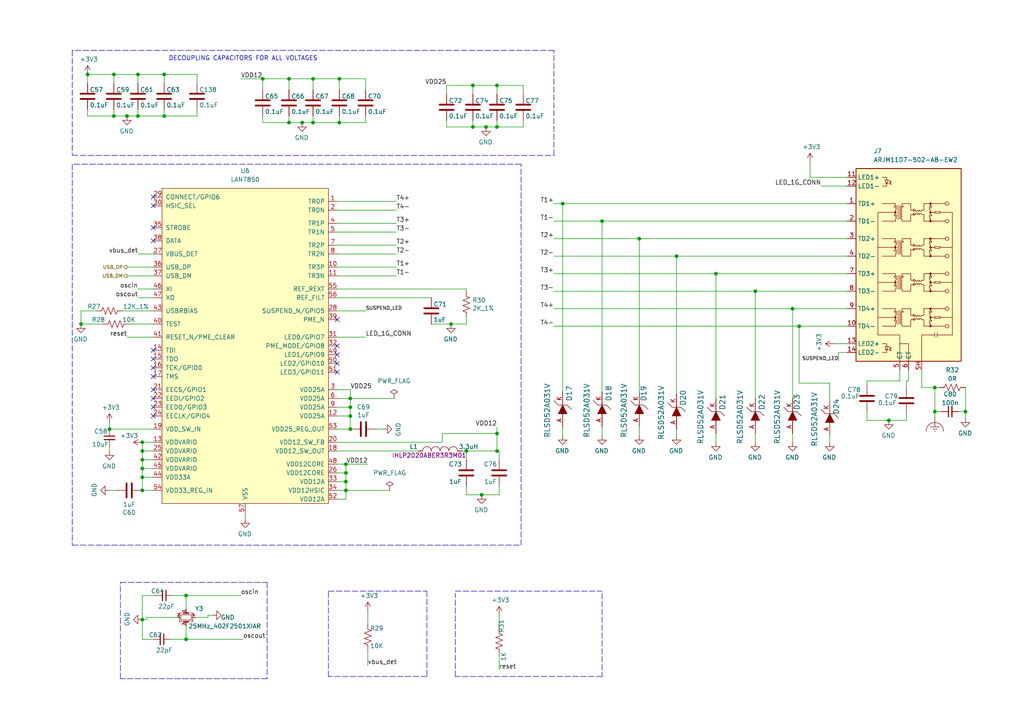
<source format=kicad_sch>
(kicad_sch (version 20211123) (generator eeschema)
  (paper "A4")
  (title_block (title "USB HUB ") (date "2022-08-30") (rev "1.0") (company "N/A") (comment 2 "Reviewed by: ") (comment 3 "Designer by: Robert Mutura"))
  (lib_symbols
    (symbol "Device:C" (pin_numbers hide) (pin_names (offset 0.254))
      (property "Reference" "C" (at 0.635 2.54 0))
      (property "Value" "C" (at 0.635 -2.54 0))
      (symbol "C_1_1"
        (pin passive line (at 0 3.81 270) (length 2.794) (name "~") (number "1"))
        (pin passive line (at 0 -3.81 90) (length 2.794) (name "~") (number "2"))
      )
    )
    (symbol "Device:C_Small" (pin_numbers hide) (pin_names (offset 0.254) hide)
      (property "Reference" "C" (at 0.254 1.778 0))
      (property "Value" "C_Small" (at 0.254 -2.032 0))
      (symbol "C_Small_1_1"
        (pin passive line (at 0 2.54 270) (length 2.032) (name "~") (number "1"))
        (pin passive line (at 0 -2.54 90) (length 2.032) (name "~") (number "2"))
      )
    )
    (symbol "Device:Crystal_GND24_Small" (pin_names (offset 1.016) hide)
      (property "Reference" "Y" (at 1.27 4.445 0))
      (property "Value" "Crystal_GND24_Small" (at 1.27 2.54 0))
      (symbol "Crystal_GND24_Small_1_1"
        (pin passive line (at -2.54 0 0) (length 1.27) (name "1") (number "1"))
        (pin passive line (at 0 -2.54 90) (length 0.635) (name "2") (number "2"))
        (pin passive line (at 2.54 0 180) (length 1.27) (name "3") (number "3"))
        (pin passive line (at 0 2.54 270) (length 0.635) (name "4") (number "4"))
      )
    )
    (symbol "Device:R_US" (pin_numbers hide) (pin_names (offset 0))
      (property "Reference" "R" (at 2.54 0 90))
      (property "Value" "R_US" (at -2.54 0 90))
      (symbol "R_US_1_1"
        (pin passive line (at 0 3.81 270) (length 1.27) (name "~") (number "1"))
        (pin passive line (at 0 -3.81 90) (length 1.27) (name "~") (number "2"))
      )
    )
    (symbol "GCL_Connector&USBs:ARJM11D7-502-AB-EW2"
      (property "Reference" "J?" (at -5.715 31.7501 0))
      (property "Value" "ARJM11D7-502-AB-EW2" (at -5.715 29.2101 0))
      (symbol "ARJM11D7-502-AB-EW2_1_1"
        (pin passive line (at -17.78 17.78 0) (length 2.54) (name "TD1+") (number "1"))
        (pin passive line (at -17.78 -17.78 0) (length 2.54) (name "TD4-") (number "10"))
        (pin passive line (at -17.78 25.4 0) (length 2.54) (name "LED1+") (number "11"))
        (pin passive line (at -17.78 22.86 0) (length 2.54) (name "LED1-") (number "12"))
        (pin passive line (at -17.78 -22.86 0) (length 2.54) (name "LED2+") (number "13"))
        (pin passive line (at -17.78 -25.4 0) (length 2.54) (name "LED2-") (number "14"))
        (pin passive line (at -17.78 12.7 0) (length 2.54) (name "TD1-") (number "2"))
        (pin passive line (at -17.78 7.62 0) (length 2.54) (name "TD2+") (number "3"))
        (pin passive line (at -17.78 2.54 0) (length 2.54) (name "TD2-") (number "4"))
        (pin passive line (at -2.54 -30.48 90) (length 2.54) (name "CT") (number "5"))
        (pin passive line (at 0 -30.48 90) (length 2.54) (name "CT") (number "6"))
        (pin passive line (at -17.78 -2.54 0) (length 2.54) (name "TD3+") (number "7"))
        (pin passive line (at -17.78 -7.62 0) (length 2.54) (name "TD3-") (number "8"))
        (pin passive line (at -17.78 -12.7 0) (length 2.54) (name "TD4+") (number "9"))
        (pin passive line (at 3.81 -30.48 90) (length 2.54) (name "~") (number "SH"))
      )
    )
    (symbol "GCL_Integrated-Circuits:LAN7850" (pin_names (offset 1.016))
      (property "Reference" "U8" (at 0 4.191 0))
      (property "Value" "LAN7850" (at 0 1.8796 0))
      (symbol "LAN7850_0_0"
        (pin passive line (at 26.67 -3.81 180) (length 2.54) (name "TR0P") (number "1"))
        (pin passive line (at 26.67 -22.86 180) (length 2.54) (name "TR3P") (number "10"))
        (pin passive line (at 26.67 -25.4 180) (length 2.54) (name "TR3N") (number "11"))
        (pin power_in line (at 26.67 -66.04 180) (length 2.54) (name "VDD25A") (number "12"))
        (pin passive line (at -26.67 -73.66 0) (length 2.54) (name "VDDVARIO") (number "13"))
        (pin passive line (at -26.67 -46.99 0) (length 2.54) (name "TDI") (number "14"))
        (pin passive line (at -26.67 -49.53 0) (length 2.54) (name "TDO") (number "15"))
        (pin passive line (at -26.67 -52.07 0) (length 2.54) (name "TCK/GPIO0") (number "16"))
        (pin passive line (at -26.67 -54.61 0) (length 2.54) (name "TMS") (number "17"))
        (pin passive line (at 26.67 -76.2 180) (length 2.54) (name "VDD12_SW_OUT") (number "18"))
        (pin passive line (at -26.67 -69.85 0) (length 2.54) (name "VDD_SW_IN") (number "19"))
        (pin passive line (at 26.67 -6.35 180) (length 2.54) (name "TR0N") (number "2"))
        (pin passive line (at 26.67 -73.66 180) (length 2.54) (name "VDD12_SW_FB") (number "20"))
        (pin passive line (at -26.67 -58.42 0) (length 2.54) (name "EECS/GPIO1") (number "21"))
        (pin passive line (at -26.67 -60.96 0) (length 2.54) (name "EEDI/GPIO2") (number "22"))
        (pin passive line (at -26.67 -63.5 0) (length 2.54) (name "EEDO/GPIO3") (number "23"))
        (pin passive line (at -26.67 -66.04 0) (length 2.54) (name "EECLK/GPIO4") (number "24"))
        (pin passive line (at -26.67 -76.2 0) (length 2.54) (name "VDDVARIO") (number "25"))
        (pin passive line (at 26.67 -82.55 180) (length 2.54) (name "VDD12CORE") (number "26"))
        (pin passive line (at -26.67 -19.05 0) (length 2.54) (name "VBUS_DET") (number "27"))
        (pin passive line (at 26.67 -35.56 180) (length 2.54) (name "SUSPEND_N/GPIO5") (number "28"))
        (pin passive line (at -26.67 -2.54 0) (length 2.54) (name "CONNECT/GPIO6") (number "29"))
        (pin power_in line (at 26.67 -58.42 180) (length 2.54) (name "VDD25A") (number "3"))
        (pin passive line (at -26.67 -5.08 0) (length 2.54) (name "HSIC_SEL") (number "30"))
        (pin passive line (at 26.67 -43.18 180) (length 2.54) (name "LED0/GPIO7") (number "31"))
        (pin passive line (at 26.67 -45.72 180) (length 2.54) (name "PME_MODE/GPIO8") (number "32"))
        (pin power_in line (at 26.67 -85.09 180) (length 2.54) (name "VDD12A") (number "33"))
        (pin passive line (at 26.67 -87.63 180) (length 2.54) (name "VDD12HSIC") (number "34"))
        (pin passive line (at -26.67 -11.43 0) (length 2.54) (name "STROBE") (number "35"))
        (pin passive line (at -26.67 -22.86 0) (length 2.54) (name "USB_DP") (number "36"))
        (pin passive line (at -26.67 -25.4 0) (length 2.54) (name "USB_DM") (number "37"))
        (pin passive line (at -26.67 -15.24 0) (length 2.54) (name "DATA") (number "38"))
        (pin passive line (at 26.67 -38.1 180) (length 2.54) (name "PME_N") (number "39"))
        (pin passive line (at 26.67 -10.16 180) (length 2.54) (name "TR1P") (number "4"))
        (pin passive line (at -26.67 -39.37 0) (length 2.54) (name "TEST") (number "40"))
        (pin passive line (at -26.67 -43.18 0) (length 2.54) (name "RESET_N/PME_CLEAR") (number "41"))
        (pin passive line (at -26.67 -78.74 0) (length 2.54) (name "VDDVARIO") (number "42"))
        (pin passive line (at -26.67 -35.56 0) (length 2.54) (name "USBRBIAS") (number "43"))
        (pin power_in line (at -26.67 -83.82 0) (length 2.54) (name "VDD33A") (number "44"))
        (pin passive line (at -26.67 -81.28 0) (length 2.54) (name "VDDVARIO") (number "45"))
        (pin passive line (at -26.67 -29.21 0) (length 2.54) (name "XI") (number "46"))
        (pin passive line (at -26.67 -31.75 0) (length 2.54) (name "XO") (number "47"))
        (pin passive line (at 26.67 -80.01 180) (length 2.54) (name "VDD12CORE") (number "48"))
        (pin passive line (at 26.67 -48.26 180) (length 2.54) (name "LED1/GPIO9") (number "49"))
        (pin passive line (at 26.67 -12.7 180) (length 2.54) (name "TR1N") (number "5"))
        (pin passive line (at 26.67 -50.8 180) (length 2.54) (name "LED2/GPIO10") (number "50"))
        (pin passive line (at 26.67 -53.34 180) (length 2.54) (name "LED3/GPIO11") (number "51"))
        (pin power_in line (at 26.67 -90.17 180) (length 2.54) (name "VDD12A") (number "52"))
        (pin passive line (at 26.67 -69.85 180) (length 2.54) (name "VDD25_REG_OUT") (number "53"))
        (pin passive line (at -26.67 -87.63 0) (length 2.54) (name "VDD33_REG_IN") (number "54"))
        (pin passive line (at 26.67 -29.21 180) (length 2.54) (name "REF_REXT") (number "55"))
        (pin passive line (at 26.67 -31.75 180) (length 2.54) (name "REF_FILT") (number "56"))
        (pin power_in line (at 0 -93.98 90) (length 2.54) (name "VSS") (number "57"))
        (pin power_in line (at 26.67 -60.96 180) (length 2.54) (name "VDD25A") (number "6"))
        (pin passive line (at 26.67 -16.51 180) (length 2.54) (name "TR2P") (number "7"))
        (pin passive line (at 26.67 -19.05 180) (length 2.54) (name "TR2N") (number "8"))
        (pin passive line (at 26.67 -63.5 180) (length 2.54) (name "VDD25A") (number "9"))
      )
    )
    (symbol "USB_C_HUB-rescue:+3.3V-OLIMEX_Power" (power) (pin_names (offset 0))
      (property "Value" "+3.3V-OLIMEX_Power" (at 0 3.556 0))
      (symbol "+3.3V-OLIMEX_Power_1_1"
        (pin power_in line (at 0 0 90) (length 0) hide (name "+3V3") (number "1"))
      )
    )
    (symbol "USB_C_HUB-rescue:GND-OLIMEX_Power" (power) (pin_names (offset 0))
      (property "Value" "GND-OLIMEX_Power" (at 0 -3.81 0))
      (symbol "GND-OLIMEX_Power_1_1"
        (pin power_in line (at 0 0 270) (length 0) hide (name "GND") (number "1"))
      )
    )
    (symbol "USB_C_HUB-rescue:INDUCTOR_SMALL-OLIMEX_RCL" (pin_numbers hide) (pin_names (offset 0) hide)
      (property "Reference" "L" (at 0 2.54 0))
      (property "Value" "INDUCTOR_SMALL-OLIMEX_RCL" (at 0 -1.27 0))
      (symbol "INDUCTOR_SMALL-OLIMEX_RCL_1_1"
        (pin input line (at -6.35 0 0) (length 1.27) (name "1") (number "1"))
        (pin input line (at 6.35 0 180) (length 1.27) (name "2") (number "2"))
      )
    )
    (symbol "dk_TVS-Diodes:ESD5Z3_3T1G" (pin_names (offset 1.016))
      (property "Reference" "D" (at 0 3.81 0))
      (property "Value" "ESD5Z3_3T1G" (at 0 -3.81 0))
      (symbol "ESD5Z3_3T1G_1_1"
        (pin bidirectional line (at -5.08 0 0) (length 3.81) (name "~") (number "A"))
        (pin bidirectional line (at 5.08 0 180) (length 3.81) (name "~") (number "K"))
      )
    )
    (symbol "power:Earth_Clean" (power) (pin_names (offset 0))
      (symbol "Earth_Clean_1_1"
        (pin power_in line (at 0 0 270) (length 0) hide (name "Earth_Clean") (number "1"))
      )
    )
    (symbol "power:PWR_FLAG" (power) (pin_numbers hide) (pin_names (offset 0) hide)
      (property "Value" "PWR_FLAG" (at 0 3.81 0))
      (symbol "PWR_FLAG_0_0"
        (pin power_out line (at 0 0 90) (length 0) (name "pwr") (number "1"))
      )
    )
  )
  (junction (at 41.275 142.24))
  (junction (at 41.275 133.35))
  (junction (at 53.975 172.72))
  (junction (at 163.195 59.055))
  (junction (at 41.275 138.43))
  (junction (at 174.625 64.135))
  (junction (at 90.805 22.86))
  (junction (at 257.81 121.92))
  (junction (at 144.145 125.73))
  (junction (at 41.275 135.89))
  (junction (at 144.145 24.765))
  (junction (at 139.7 143.51))
  (junction (at 87.63 35.56))
  (junction (at 47.625 21.59))
  (junction (at 40.005 33.655))
  (junction (at 229.87 89.535))
  (junction (at 100.33 142.24))
  (junction (at 53.975 185.42))
  (junction (at 271.145 119.38))
  (junction (at 140.97 36.83))
  (junction (at 207.645 79.375))
  (junction (at 41.275 179.705))
  (junction (at 33.02 33.655))
  (junction (at 98.425 35.56))
  (junction (at 231.775 94.615))
  (junction (at 47.625 33.655))
  (junction (at 98.425 22.86))
  (junction (at 100.33 139.7))
  (junction (at 41.275 130.81))
  (junction (at 83.82 22.86))
  (junction (at 185.42 69.215))
  (junction (at 101.6 118.11))
  (junction (at 23.495 93.98))
  (junction (at 41.275 128.27))
  (junction (at 144.145 36.83))
  (junction (at 83.82 35.56))
  (junction (at 36.83 33.655))
  (junction (at 196.215 74.295))
  (junction (at 280.035 119.38))
  (junction (at 90.805 35.56))
  (junction (at 101.6 115.57))
  (junction (at 101.6 120.65))
  (junction (at 100.33 134.62))
  (junction (at 100.33 137.16))
  (junction (at 219.075 84.455))
  (junction (at 144.145 130.81))
  (junction (at 130.81 93.98))
  (junction (at 137.16 24.765))
  (junction (at 271.145 112.395))
  (junction (at 33.02 21.59))
  (junction (at 25.4 21.59))
  (junction (at 135.255 130.81))
  (junction (at 31.75 124.46))
  (junction (at 40.005 21.59))
  (junction (at 76.2 22.86))
  (junction (at 101.6 124.46))
  (junction (at 137.16 36.83))
  (no_connect (at 97.79 92.71))
  (no_connect (at 44.45 118.11))
  (no_connect (at 44.45 109.22))
  (no_connect (at 44.45 69.85))
  (no_connect (at 44.45 101.6))
  (no_connect (at 97.79 107.95))
  (no_connect (at 44.45 66.04))
  (no_connect (at 97.79 100.33))
  (no_connect (at 44.45 57.15))
  (no_connect (at 97.79 105.41))
  (no_connect (at 44.45 106.68))
  (no_connect (at 44.45 113.03))
  (no_connect (at 44.45 59.69))
  (no_connect (at 44.45 120.65))
  (no_connect (at 44.45 115.57))
  (no_connect (at 44.45 104.14))
  (no_connect (at 97.79 102.87))
  (wire (pts (xy 251.46 119.38) (xy 251.46 121.92)))
  (wire (pts (xy 137.16 24.765) (xy 137.16 27.305)))
  (wire (pts (xy 33.02 21.59) (xy 40.005 21.59)))
  (wire (pts (xy 163.195 59.055) (xy 245.745 59.055)))
  (wire (pts (xy 245.745 99.695) (xy 241.935 99.695)))
  (wire (pts (xy 25.4 31.75) (xy 25.4 33.655)))
  (polyline (pts (xy 77.47 168.91) (xy 77.47 196.85)))
  (wire (pts (xy 53.975 172.72) (xy 69.85 172.72)))
  (wire (pts (xy 98.425 22.86) (xy 90.805 22.86)))
  (wire (pts (xy 144.145 24.765) (xy 151.765 24.765)))
  (wire (pts (xy 41.275 128.27) (xy 41.275 130.81)))
  (wire (pts (xy 160.655 89.535) (xy 229.87 89.535)))
  (wire (pts (xy 41.275 135.89) (xy 41.275 138.43)))
  (wire (pts (xy 262.89 110.49) (xy 262.89 112.395)))
  (wire (pts (xy 41.275 179.705) (xy 41.275 185.42)))
  (polyline (pts (xy 77.47 196.85) (xy 34.925 196.85)))
  (wire (pts (xy 267.335 107.315) (xy 267.335 112.395)))
  (wire (pts (xy 41.275 133.35) (xy 41.275 135.89)))
  (wire (pts (xy 280.035 112.395) (xy 280.035 119.38)))
  (wire (pts (xy 83.82 33.655) (xy 83.82 35.56)))
  (wire (pts (xy 251.46 121.92) (xy 257.81 121.92)))
  (wire (pts (xy 45.085 172.72) (xy 41.275 172.72)))
  (wire (pts (xy 234.95 46.99) (xy 234.95 51.435)))
  (wire (pts (xy 271.145 112.395) (xy 272.415 112.395)))
  (wire (pts (xy 263.525 110.49) (xy 263.525 107.315)))
  (wire (pts (xy 51.435 179.07) (xy 42.545 179.07)))
  (wire (pts (xy 144.145 123.825) (xy 144.145 125.73)))
  (polyline (pts (xy 95.25 196.215) (xy 95.25 171.45)))
  (polyline (pts (xy 123.825 171.45) (xy 123.825 196.215)))
  (wire (pts (xy 49.53 185.42) (xy 53.975 185.42)))
  (wire (pts (xy 90.805 22.86) (xy 83.82 22.86)))
  (wire (pts (xy 229.87 125.73) (xy 229.87 128.27)))
  (wire (pts (xy 101.6 120.65) (xy 97.79 120.65)))
  (wire (pts (xy 160.655 59.055) (xy 163.195 59.055)))
  (wire (pts (xy 97.79 86.36) (xy 125.095 86.36)))
  (wire (pts (xy 160.655 94.615) (xy 231.775 94.615)))
  (wire (pts (xy 245.745 102.235) (xy 243.205 102.235)))
  (polyline (pts (xy 20.955 14.605) (xy 20.955 45.085)))
  (wire (pts (xy 40.005 21.59) (xy 47.625 21.59)))
  (wire (pts (xy 111.125 124.46) (xy 109.22 124.46)))
  (wire (pts (xy 114.935 71.12) (xy 97.79 71.12)))
  (wire (pts (xy 160.655 74.295) (xy 196.215 74.295)))
  (wire (pts (xy 231.775 94.615) (xy 245.745 94.615)))
  (wire (pts (xy 53.975 172.72) (xy 53.975 176.53)))
  (wire (pts (xy 151.765 36.83) (xy 151.765 34.925)))
  (polyline (pts (xy 34.925 196.85) (xy 34.925 168.91)))
  (wire (pts (xy 245.745 51.435) (xy 234.95 51.435)))
  (wire (pts (xy 50.165 172.72) (xy 53.975 172.72)))
  (wire (pts (xy 207.645 125.73) (xy 207.645 128.27)))
  (wire (pts (xy 135.255 130.81) (xy 144.145 130.81)))
  (wire (pts (xy 101.6 115.57) (xy 101.6 118.11)))
  (wire (pts (xy 47.625 21.59) (xy 47.625 24.13)))
  (wire (pts (xy 44.45 93.98) (xy 37.465 93.98)))
  (wire (pts (xy 137.16 24.765) (xy 144.145 24.765)))
  (wire (pts (xy 41.275 138.43) (xy 41.275 142.24)))
  (wire (pts (xy 97.79 124.46) (xy 101.6 124.46)))
  (wire (pts (xy 163.195 123.825) (xy 163.195 126.365)))
  (wire (pts (xy 129.54 24.765) (xy 129.54 27.305)))
  (wire (pts (xy 144.145 130.81) (xy 144.78 130.81)))
  (wire (pts (xy 139.7 143.51) (xy 144.78 143.51)))
  (polyline (pts (xy 160.655 14.605) (xy 20.955 14.605)))
  (wire (pts (xy 114.935 67.31) (xy 97.79 67.31)))
  (wire (pts (xy 185.42 113.665) (xy 185.42 69.215)))
  (wire (pts (xy 262.89 120.015) (xy 262.89 121.92)))
  (wire (pts (xy 129.54 34.925) (xy 129.54 36.83)))
  (wire (pts (xy 100.33 142.24) (xy 113.03 142.24)))
  (wire (pts (xy 97.79 139.7) (xy 100.33 139.7)))
  (wire (pts (xy 129.54 36.83) (xy 137.16 36.83)))
  (wire (pts (xy 144.145 36.83) (xy 144.145 34.925)))
  (polyline (pts (xy 151.13 158.115) (xy 151.13 47.625)))
  (wire (pts (xy 174.625 123.825) (xy 174.625 126.365)))
  (wire (pts (xy 41.275 130.81) (xy 41.275 133.35)))
  (wire (pts (xy 100.33 142.24) (xy 100.33 144.78)))
  (wire (pts (xy 44.45 97.79) (xy 36.83 97.79)))
  (wire (pts (xy 140.97 36.83) (xy 144.145 36.83)))
  (wire (pts (xy 41.275 185.42) (xy 44.45 185.42)))
  (wire (pts (xy 130.81 93.98) (xy 135.255 93.98)))
  (wire (pts (xy 33.02 31.75) (xy 33.02 33.655)))
  (wire (pts (xy 33.02 21.59) (xy 33.02 24.13)))
  (wire (pts (xy 40.005 33.655) (xy 47.625 33.655)))
  (wire (pts (xy 76.2 33.655) (xy 76.2 35.56)))
  (wire (pts (xy 47.625 33.655) (xy 57.15 33.655)))
  (polyline (pts (xy 174.625 196.215) (xy 132.08 196.215)))
  (wire (pts (xy 185.42 69.215) (xy 245.745 69.215)))
  (wire (pts (xy 57.15 21.59) (xy 57.15 24.13)))
  (wire (pts (xy 101.6 118.11) (xy 101.6 120.65)))
  (wire (pts (xy 44.45 73.66) (xy 40.005 73.66)))
  (polyline (pts (xy 132.08 196.215) (xy 132.08 172.085)))
  (wire (pts (xy 97.79 90.17) (xy 106.045 90.17)))
  (wire (pts (xy 44.45 83.82) (xy 40.005 83.82)))
  (wire (pts (xy 196.215 114.3) (xy 196.215 74.295)))
  (polyline (pts (xy 174.625 172.085) (xy 174.625 196.215)))
  (wire (pts (xy 135.255 83.82) (xy 135.255 84.455)))
  (wire (pts (xy 144.145 125.73) (xy 144.145 130.81)))
  (wire (pts (xy 229.87 115.57) (xy 229.87 89.535)))
  (polyline (pts (xy 132.08 171.45) (xy 174.625 171.45)))
  (wire (pts (xy 144.78 130.81) (xy 144.78 133.35)))
  (wire (pts (xy 101.6 113.03) (xy 101.6 115.57)))
  (wire (pts (xy 56.515 179.07) (xy 60.325 179.07)))
  (wire (pts (xy 100.33 144.78) (xy 97.79 144.78)))
  (wire (pts (xy 90.805 35.56) (xy 98.425 35.56)))
  (wire (pts (xy 144.145 36.83) (xy 151.765 36.83)))
  (polyline (pts (xy 20.955 45.085) (xy 160.655 45.085)))
  (wire (pts (xy 243.205 102.235) (xy 243.205 104.775)))
  (wire (pts (xy 257.81 121.92) (xy 262.89 121.92)))
  (wire (pts (xy 271.145 121.285) (xy 271.145 119.38)))
  (wire (pts (xy 97.79 137.16) (xy 100.33 137.16)))
  (polyline (pts (xy 123.825 196.215) (xy 95.25 196.215)))
  (wire (pts (xy 280.035 119.38) (xy 280.035 121.285)))
  (wire (pts (xy 151.765 24.765) (xy 151.765 27.305)))
  (wire (pts (xy 83.82 22.86) (xy 76.2 22.86)))
  (wire (pts (xy 207.645 115.57) (xy 207.645 79.375)))
  (wire (pts (xy 87.63 35.56) (xy 90.805 35.56)))
  (wire (pts (xy 137.16 36.83) (xy 140.97 36.83)))
  (wire (pts (xy 240.665 126.365) (xy 240.665 128.27)))
  (wire (pts (xy 114.935 73.66) (xy 97.79 73.66)))
  (wire (pts (xy 219.075 84.455) (xy 245.745 84.455)))
  (wire (pts (xy 97.79 142.24) (xy 100.33 142.24)))
  (wire (pts (xy 128.27 128.27) (xy 97.79 128.27)))
  (wire (pts (xy 98.425 35.56) (xy 98.425 33.655)))
  (wire (pts (xy 174.625 64.135) (xy 174.625 113.665)))
  (polyline (pts (xy 151.13 47.625) (xy 20.955 47.625)))
  (wire (pts (xy 100.33 134.62) (xy 106.68 134.62)))
  (wire (pts (xy 278.13 119.38) (xy 280.035 119.38)))
  (wire (pts (xy 128.27 125.73) (xy 128.27 128.27)))
  (wire (pts (xy 53.975 185.42) (xy 53.975 181.61)))
  (wire (pts (xy 98.425 26.035) (xy 98.425 22.86)))
  (wire (pts (xy 44.45 90.17) (xy 35.56 90.17)))
  (wire (pts (xy 100.33 134.62) (xy 100.33 137.16)))
  (wire (pts (xy 240.665 116.205) (xy 240.665 111.125)))
  (wire (pts (xy 83.82 35.56) (xy 87.63 35.56)))
  (wire (pts (xy 41.275 172.72) (xy 41.275 179.705)))
  (polyline (pts (xy 20.955 47.625) (xy 20.955 158.115)))
  (wire (pts (xy 40.005 86.36) (xy 44.45 86.36)))
  (wire (pts (xy 251.46 110.49) (xy 251.46 111.76)))
  (wire (pts (xy 271.145 119.38) (xy 271.145 112.395)))
  (wire (pts (xy 207.645 79.375) (xy 245.745 79.375)))
  (wire (pts (xy 41.275 179.705) (xy 42.545 179.705)))
  (wire (pts (xy 144.145 24.765) (xy 144.145 27.305)))
  (wire (pts (xy 23.495 93.98) (xy 29.845 93.98)))
  (wire (pts (xy 106.045 35.56) (xy 106.045 33.655)))
  (wire (pts (xy 23.495 90.17) (xy 23.495 93.98)))
  (wire (pts (xy 71.12 150.495) (xy 71.12 148.59)))
  (wire (pts (xy 41.275 135.89) (xy 44.45 135.89)))
  (wire (pts (xy 106.68 188.595) (xy 106.68 193.04)))
  (wire (pts (xy 160.655 84.455) (xy 219.075 84.455)))
  (wire (pts (xy 260.985 107.315) (xy 260.985 110.49)))
  (polyline (pts (xy 34.925 168.91) (xy 77.47 168.91)))
  (wire (pts (xy 229.87 89.535) (xy 245.745 89.535)))
  (polyline (pts (xy 95.25 171.45) (xy 123.825 171.45)))
  (wire (pts (xy 25.4 21.59) (xy 25.4 24.13)))
  (wire (pts (xy 163.195 113.665) (xy 163.195 59.055)))
  (wire (pts (xy 90.805 35.56) (xy 90.805 33.655)))
  (wire (pts (xy 36.83 80.01) (xy 44.45 80.01)))
  (wire (pts (xy 135.255 93.98) (xy 135.255 92.075)))
  (wire (pts (xy 114.935 80.01) (xy 97.79 80.01)))
  (wire (pts (xy 60.325 178.435) (xy 61.595 178.435)))
  (wire (pts (xy 251.46 110.49) (xy 260.985 110.49)))
  (wire (pts (xy 137.16 34.925) (xy 137.16 36.83)))
  (wire (pts (xy 47.625 21.59) (xy 57.15 21.59)))
  (wire (pts (xy 100.33 139.7) (xy 100.33 142.24)))
  (wire (pts (xy 160.655 69.215) (xy 185.42 69.215)))
  (wire (pts (xy 31.75 130.81) (xy 31.75 129.54)))
  (wire (pts (xy 101.6 124.46) (xy 101.6 120.65)))
  (wire (pts (xy 57.15 33.655) (xy 57.15 31.75)))
  (wire (pts (xy 42.545 179.07) (xy 42.545 179.705)))
  (wire (pts (xy 27.94 90.17) (xy 23.495 90.17)))
  (wire (pts (xy 33.02 33.655) (xy 36.83 33.655)))
  (wire (pts (xy 196.215 124.46) (xy 196.215 126.365)))
  (wire (pts (xy 60.325 179.07) (xy 60.325 178.435)))
  (wire (pts (xy 238.125 53.975) (xy 245.745 53.975)))
  (wire (pts (xy 76.2 22.86) (xy 69.85 22.86)))
  (wire (pts (xy 44.45 133.35) (xy 41.275 133.35)))
  (wire (pts (xy 144.78 194.31) (xy 144.78 189.865)))
  (wire (pts (xy 25.4 33.655) (xy 33.02 33.655)))
  (wire (pts (xy 114.935 77.47) (xy 97.79 77.47)))
  (wire (pts (xy 106.045 22.86) (xy 98.425 22.86)))
  (wire (pts (xy 36.83 33.655) (xy 40.005 33.655)))
  (wire (pts (xy 101.6 115.57) (xy 114.3 115.57)))
  (wire (pts (xy 231.775 111.125) (xy 231.775 94.615)))
  (wire (pts (xy 114.935 60.96) (xy 97.79 60.96)))
  (wire (pts (xy 83.82 26.035) (xy 83.82 22.86)))
  (wire (pts (xy 97.79 130.81) (xy 121.285 130.81)))
  (wire (pts (xy 219.075 84.455) (xy 219.075 115.57)))
  (wire (pts (xy 44.45 128.27) (xy 41.275 128.27)))
  (wire (pts (xy 53.975 185.42) (xy 70.485 185.42)))
  (wire (pts (xy 44.45 130.81) (xy 41.275 130.81)))
  (wire (pts (xy 90.805 26.035) (xy 90.805 22.86)))
  (wire (pts (xy 25.4 21.59) (xy 33.02 21.59)))
  (wire (pts (xy 144.145 125.73) (xy 128.27 125.73)))
  (wire (pts (xy 47.625 33.655) (xy 47.625 31.75)))
  (wire (pts (xy 144.78 178.435) (xy 144.78 182.245)))
  (wire (pts (xy 185.42 123.825) (xy 185.42 126.365)))
  (wire (pts (xy 135.255 140.97) (xy 135.255 143.51)))
  (wire (pts (xy 40.005 33.655) (xy 40.005 31.75)))
  (wire (pts (xy 40.005 21.59) (xy 40.005 24.13)))
  (wire (pts (xy 97.79 134.62) (xy 100.33 134.62)))
  (wire (pts (xy 114.935 64.77) (xy 97.79 64.77)))
  (wire (pts (xy 267.335 112.395) (xy 271.145 112.395)))
  (wire (pts (xy 97.79 115.57) (xy 101.6 115.57)))
  (wire (pts (xy 135.255 143.51) (xy 139.7 143.51)))
  (wire (pts (xy 129.54 24.765) (xy 137.16 24.765)))
  (wire (pts (xy 97.79 97.79) (xy 106.045 97.79)))
  (polyline (pts (xy 160.655 45.085) (xy 160.655 14.605)))
  (wire (pts (xy 97.79 113.03) (xy 101.6 113.03)))
  (wire (pts (xy 160.655 79.375) (xy 207.645 79.375)))
  (wire (pts (xy 219.075 125.73) (xy 219.075 128.27)))
  (polyline (pts (xy 20.955 158.115) (xy 151.13 158.115)))
  (wire (pts (xy 31.75 142.24) (xy 33.655 142.24)))
  (wire (pts (xy 271.145 119.38) (xy 273.05 119.38)))
  (wire (pts (xy 125.095 93.98) (xy 130.81 93.98)))
  (wire (pts (xy 114.935 58.42) (xy 97.79 58.42)))
  (wire (pts (xy 144.78 143.51) (xy 144.78 140.97)))
  (wire (pts (xy 76.2 22.86) (xy 76.2 26.035)))
  (wire (pts (xy 106.045 26.035) (xy 106.045 22.86)))
  (wire (pts (xy 36.83 77.47) (xy 44.45 77.47)))
  (wire (pts (xy 41.275 142.24) (xy 44.45 142.24)))
  (wire (pts (xy 97.79 83.82) (xy 135.255 83.82)))
  (wire (pts (xy 100.33 137.16) (xy 100.33 139.7)))
  (wire (pts (xy 135.255 130.81) (xy 133.985 130.81)))
  (wire (pts (xy 135.255 133.35) (xy 135.255 130.81)))
  (wire (pts (xy 97.79 118.11) (xy 101.6 118.11)))
  (wire (pts (xy 262.89 110.49) (xy 263.525 110.49)))
  (wire (pts (xy 106.68 177.165) (xy 106.68 180.975)))
  (wire (pts (xy 98.425 35.56) (xy 106.045 35.56)))
  (wire (pts (xy 160.655 64.135) (xy 174.625 64.135)))
  (wire (pts (xy 31.75 124.46) (xy 31.75 122.555)))
  (wire (pts (xy 174.625 64.135) (xy 245.745 64.135)))
  (wire (pts (xy 41.275 138.43) (xy 44.45 138.43)))
  (wire (pts (xy 196.215 74.295) (xy 245.745 74.295)))
  (wire (pts (xy 240.665 111.125) (xy 231.775 111.125)))
  (wire (pts (xy 76.2 35.56) (xy 83.82 35.56)))
  (wire (pts (xy 31.75 124.46) (xy 44.45 124.46)))
  (text "DECOUPLING CAPACITORS FOR ALL VOLTAGES\n" (at 48.895 17.78 0) (effects (font (size 1.27 1.27)) (justify left bottom)))
  (label "T2+" (at 160.655 69.215 180))
  (label "T1-" (at 160.655 64.135 180))
  (label "T1+" (at 114.935 77.47 0))
  (label "oscin" (at 69.85 172.72 0))
  (label "vbus_det" (at 40.005 73.66 180))
  (label "T3+" (at 160.655 79.375 180))
  (label "T4-" (at 160.655 94.615 180))
  (label "vbus_det" (at 106.68 193.04 0))
  (label "T4+" (at 114.935 58.42 0))
  (label "T3+" (at 114.935 64.77 0))
  (label "VDD25" (at 129.54 24.765 180))
  (label "VDD25" (at 101.6 113.03 0))
  (label "VDD12" (at 144.145 123.825 180))
  (label "T3-" (at 160.655 84.455 180))
  (label "VDD12" (at 106.68 134.62 180))
  (label "reset" (at 36.83 97.79 180))
  (label "SUSPEND_LED" (at 106.045 90.17 0) (effects (font (size 1 1))))
  (label "LED_1G_CONN" (at 238.125 53.975 180))
  (label "reset" (at 144.78 194.31 0))
  (label "T4-" (at 114.935 60.96 0))
  (label "T2+" (at 114.935 71.12 0))
  (label "T1-" (at 114.935 80.01 0))
  (label "T2-" (at 160.655 74.295 180))
  (label "oscout" (at 40.005 86.36 180))
  (label "T2-" (at 114.935 73.66 0))
  (label "T1+" (at 160.655 59.055 180))
  (label "oscout" (at 70.485 185.42 0))
  (label "VDD12" (at 69.85 22.86 0))
  (label "oscin" (at 40.005 83.82 180))
  (label "T4+" (at 160.655 89.535 180))
  (label "LED_1G_CONN" (at 106.045 97.79 0))
  (label "T3-" (at 114.935 67.31 0))
  (label "SUSPEND_LED" (at 243.205 104.775 180) (effects (font (size 1 1))))
  (hierarchical_label "USB_DP" (shape output) (at 36.83 77.47 180) (effects (font (size 0.9906 0.9906))))
  (hierarchical_label "USB_DM" (shape output) (at 36.83 80.01 180) (effects (font (size 0.9906 0.9906))))
  (symbol (lib_id "Device:C") (at 105.41 124.46 270) (unit 1)
    (property "Reference" "C69" (at 105.41 118.0592 90))
    (property "Value" "1uF" (at 105.41 120.3706 90))
    (property "Footprint" "Capacitor_SMD:C_0402_1005Metric" (effects hide))
    (property "Mfr No" "CL05A105KQ5NNNC" (effects hide))
  )
  (symbol (lib_id "USB_C_HUB-rescue:GND-OLIMEX_Power") (at 111.125 124.46 90) (mirror x) (unit 1)
    (property "Reference" "#PWR086" (effects hide))
    (property "Value" "GND" (at 115.5192 124.587 0))
  )
  (symbol (lib_id "USB_C_HUB-rescue:+3.3V-OLIMEX_Power") (at 31.75 122.555 0) (unit 1)
    (property "Reference" "#PWR076" (effects hide))
    (property "Value" "+3.3V" (at 32.131 118.1608 0))
  )
  (symbol (lib_id "USB_C_HUB-rescue:+3.3V-OLIMEX_Power") (at 41.275 128.27 90) (unit 1)
    (property "Reference" "#PWR080" (effects hide))
    (property "Value" "+3.3V" (at 37.465 126.365 90))
  )
  (symbol (lib_id "Device:C_Small") (at 31.75 127 0) (unit 1)
    (property "Reference" "C58" (at 27.305 125.095 0) (effects (justify left)))
    (property "Value" "10uF" (at 26.67 128.905 0) (effects (justify left)))
    (property "Footprint" "Capacitor_SMD:C_0603_1608Metric" (effects hide))
  )
  (symbol (lib_id "USB_C_HUB-rescue:GND-OLIMEX_Power") (at 31.75 130.81 0) (mirror y) (unit 1)
    (property "Reference" "#PWR077" (effects hide))
    (property "Value" "GND" (at 31.623 135.2042 0))
  )
  (symbol (lib_id "Device:C") (at 37.465 142.24 90) (unit 1)
    (property "Reference" "C60" (at 37.465 148.6408 90))
    (property "Value" "1uF" (at 37.465 146.3294 90))
    (property "Footprint" "Capacitor_SMD:C_0402_1005Metric" (effects hide))
  )
  (symbol (lib_id "USB_C_HUB-rescue:GND-OLIMEX_Power") (at 31.75 142.24 270) (mirror x) (unit 1)
    (property "Reference" "#PWR078" (effects hide))
    (property "Value" "GND" (at 27.3558 142.113 0))
  )
  (symbol (lib_id "USB_C_HUB-rescue:INDUCTOR_SMALL-OLIMEX_RCL") (at 127.635 130.81 0) (unit 1)
    (property "Reference" "L1" (at 120.015 129.54 0))
    (property "Value" "3.3uH" (at 135.89 129.54 0))
    (property "Footprint" "greencharge-footprints:IHLP2020" (effects hide))
    (property "Mfr No." "IHLP2020ABER3R3M01" (at 124.46 132.08 0))
  )
  (symbol (lib_id "Device:C") (at 135.255 137.16 0) (unit 1)
    (property "Reference" "C73" (at 132.08 134.62 0))
    (property "Value" "1uF" (at 132.08 139.7 0))
    (property "Footprint" "Capacitor_SMD:C_0402_1005Metric" (effects hide))
    (property "Mfr No." "CL05A105KQ5NNNC" (effects hide))
  )
  (symbol (lib_id "Device:C") (at 144.78 137.16 0) (unit 1)
    (property "Reference" "C76" (at 142.24 134.62 0))
    (property "Value" "1uF" (at 142.24 139.7 0))
    (property "Footprint" "Capacitor_SMD:C_0402_1005Metric" (effects hide))
    (property "Mfr No." "CL05A105KQ5NNNC" (effects hide))
  )
  (symbol (lib_id "USB_C_HUB-rescue:GND-OLIMEX_Power") (at 71.12 150.495 0) (mirror y) (unit 1)
    (property "Reference" "#PWR083" (effects hide))
    (property "Value" "GND" (at 70.993 154.8892 0))
  )
  (symbol (lib_id "USB_C_HUB-rescue:GND-OLIMEX_Power") (at 139.7 143.51 0) (mirror y) (unit 1)
    (property "Reference" "#PWR088" (effects hide))
    (property "Value" "GND" (at 139.573 147.9042 0))
  )
  (symbol (lib_id "Device:R_US") (at 135.255 88.265 0) (unit 1)
    (property "Reference" "R30" (at 136.9822 87.0966 0) (effects (justify left)))
    (property "Value" "2K_1%" (at 136.9822 89.408 0) (effects (justify left)))
    (property "Footprint" "Resistor_SMD:R_0402_1005Metric" (effects hide))
    (property "Mfr No." "AC0402FR-072KL" (effects hide))
  )
  (symbol (lib_id "Device:C") (at 125.095 90.17 0) (unit 1)
    (property "Reference" "C71" (at 125.73 88.265 0) (effects (justify left)))
    (property "Value" "1uF" (at 125.73 92.71 0) (effects (justify left)))
    (property "Footprint" "Capacitor_SMD:C_0402_1005Metric" (effects hide))
    (property "Mfr No." "CL05A105KQ5NNNC" (effects hide))
  )
  (symbol (lib_id "USB_C_HUB-rescue:GND-OLIMEX_Power") (at 130.81 93.98 0) (mirror y) (unit 1)
    (property "Reference" "#PWR087" (effects hide))
    (property "Value" "GND" (at 130.683 98.3742 0))
  )
  (symbol (lib_id "Device:R_US") (at 144.78 186.055 0) (unit 1)
    (property "Reference" "R31" (at 145.415 183.515 90) (effects (justify left)))
    (property "Value" "1K" (at 146.05 191.77 90) (effects (justify left)))
    (property "Footprint" "Resistor_SMD:R_0402_1005Metric" (effects hide))
  )
  (symbol (lib_id "USB_C_HUB-rescue:+3.3V-OLIMEX_Power") (at 144.78 178.435 0) (unit 1)
    (property "Reference" "#PWR090" (effects hide))
    (property "Value" "+3.3V" (at 145.161 174.0408 0))
  )
  (symbol (lib_id "Device:R_US") (at 33.655 93.98 90) (unit 1)
    (property "Reference" "R28" (at 30.48 92.71 90) (effects (justify left)))
    (property "Value" "10K" (at 39.37 92.71 90) (effects (justify left)))
    (property "Footprint" "Resistor_SMD:R_0402_1005Metric" (effects hide))
  )
  (symbol (lib_id "USB_C_HUB-rescue:GND-OLIMEX_Power") (at 23.495 93.98 0) (mirror y) (unit 1)
    (property "Reference" "#PWR074" (effects hide))
    (property "Value" "GND" (at 23.368 98.3742 0))
  )
  (symbol (lib_id "Device:R_US") (at 31.75 90.17 90) (unit 1)
    (property "Reference" "R27" (at 29.21 88.9 90) (effects (justify left)))
    (property "Value" "12K_1%" (at 43.18 88.9 90) (effects (justify left)))
    (property "Footprint" "Resistor_SMD:R_0402_1005Metric" (effects hide))
    (property "Mfr No" "RTT021202FTH" (effects hide))
  )
  (symbol (lib_id "Device:R_US") (at 106.68 184.785 0) (unit 1)
    (property "Reference" "R29" (at 107.315 182.245 0) (effects (justify left)))
    (property "Value" "10K" (at 107.315 187.325 0) (effects (justify left)))
    (property "Footprint" "Resistor_SMD:R_0402_1005Metric" (effects hide))
    (property "Mfr No." "0402WGF1002TCE" (effects hide))
  )
  (symbol (lib_id "USB_C_HUB-rescue:+3.3V-OLIMEX_Power") (at 106.68 177.165 0) (unit 1)
    (property "Reference" "#PWR085" (effects hide))
    (property "Value" "+3.3V" (at 107.061 172.7708 0))
  )
  (symbol (lib_id "USB_C_HUB-rescue:GND-OLIMEX_Power") (at 41.275 179.705 270) (mirror x) (unit 1)
    (property "Reference" "#PWR081" (effects hide))
    (property "Value" "GND" (at 36.8808 179.578 0))
  )
  (symbol (lib_id "Device:C_Small") (at 47.625 172.72 270) (unit 1)
    (property "Reference" "C64" (at 45.72 171.45 90))
    (property "Value" "22pF" (at 48.26 175.895 90))
    (property "Footprint" "Capacitor_SMD:C_0402_1005Metric" (effects hide))
    (property "Mfr No" "CC0402JRNPO9BN220" (effects hide))
  )
  (symbol (lib_id "Device:Crystal_GND24_Small") (at 53.975 179.07 270) (unit 1)
    (property "Reference" "Y3" (at 56.515 176.53 90) (effects (justify left)))
    (property "Value" "25MHz_402F2501XIAR" (at 54.61 181.61 90) (effects (justify left)))
    (property "Footprint" "Crystal:Crystal_SMD_2016-4Pin_2.0x1.6mm" (effects hide))
    (property "Mfr No." "402F2501XIAR" (effects hide))
  )
  (symbol (lib_id "USB_C_HUB-rescue:GND-OLIMEX_Power") (at 140.97 36.83 0) (mirror y) (unit 1)
    (property "Reference" "#PWR089" (effects hide))
    (property "Value" "GND" (at 140.843 41.2242 0))
  )
  (symbol (lib_id "Device:C") (at 137.16 31.115 0) (unit 1)
    (property "Reference" "C74" (at 137.795 29.21 0) (effects (justify left)))
    (property "Value" "0.1uF" (at 137.795 33.655 0) (effects (justify left)))
    (property "Footprint" "Capacitor_SMD:C_0402_1005Metric" (effects hide))
  )
  (symbol (lib_id "Device:C") (at 129.54 31.115 0) (unit 1)
    (property "Reference" "C72" (at 130.175 29.21 0) (effects (justify left)))
    (property "Value" "0.1uF" (at 130.175 33.655 0) (effects (justify left)))
    (property "Footprint" "Capacitor_SMD:C_0402_1005Metric" (effects hide))
  )
  (symbol (lib_id "Device:C") (at 151.765 31.115 0) (unit 1)
    (property "Reference" "C77" (at 152.4 29.21 0) (effects (justify left)))
    (property "Value" "0.1uF" (at 152.4 33.655 0) (effects (justify left)))
    (property "Footprint" "Capacitor_SMD:C_0402_1005Metric" (effects hide))
  )
  (symbol (lib_id "Device:C") (at 144.145 31.115 0) (unit 1)
    (property "Reference" "C75" (at 144.78 29.21 0) (effects (justify left)))
    (property "Value" "0.1uF" (at 144.78 33.655 0) (effects (justify left)))
    (property "Footprint" "Capacitor_SMD:C_0402_1005Metric" (effects hide))
  )
  (symbol (lib_id "USB_C_HUB-rescue:GND-OLIMEX_Power") (at 87.63 35.56 0) (mirror y) (unit 1)
    (property "Reference" "#PWR084" (effects hide))
    (property "Value" "GND" (at 87.503 39.9542 0))
  )
  (symbol (lib_id "Device:C") (at 83.82 29.845 0) (unit 1)
    (property "Reference" "C66" (at 84.455 27.94 0) (effects (justify left)))
    (property "Value" "0.1uF" (at 84.455 32.385 0) (effects (justify left)))
    (property "Footprint" "Capacitor_SMD:C_0402_1005Metric" (effects hide))
  )
  (symbol (lib_id "Device:C") (at 76.2 29.845 0) (unit 1)
    (property "Reference" "C65" (at 76.835 27.94 0) (effects (justify left)))
    (property "Value" "0.1uF" (at 76.835 32.385 0) (effects (justify left)))
    (property "Footprint" "Capacitor_SMD:C_0402_1005Metric" (effects hide))
  )
  (symbol (lib_id "Device:C") (at 98.425 29.845 0) (unit 1)
    (property "Reference" "C68" (at 99.06 27.94 0) (effects (justify left)))
    (property "Value" "0.1uF" (at 99.06 32.385 0) (effects (justify left)))
    (property "Footprint" "Capacitor_SMD:C_0402_1005Metric" (effects hide))
  )
  (symbol (lib_id "Device:C") (at 90.805 29.845 0) (unit 1)
    (property "Reference" "C67" (at 91.44 27.94 0) (effects (justify left)))
    (property "Value" "0.1uF" (at 91.44 32.385 0) (effects (justify left)))
    (property "Footprint" "Capacitor_SMD:C_0402_1005Metric" (effects hide))
  )
  (symbol (lib_id "Device:C") (at 106.045 29.845 0) (unit 1)
    (property "Reference" "C70" (at 106.68 27.94 0) (effects (justify left)))
    (property "Value" "0.1uF" (at 106.68 32.385 0) (effects (justify left)))
    (property "Footprint" "Capacitor_SMD:C_0402_1005Metric" (effects hide))
  )
  (symbol (lib_id "USB_C_HUB-rescue:GND-OLIMEX_Power") (at 36.83 33.655 0) (mirror y) (unit 1)
    (property "Reference" "#PWR079" (effects hide))
    (property "Value" "GND" (at 36.703 38.0492 0))
  )
  (symbol (lib_id "Device:C") (at 33.02 27.94 0) (unit 1)
    (property "Reference" "C59" (at 33.655 26.035 0) (effects (justify left)))
    (property "Value" "0.1uF" (at 33.655 30.48 0) (effects (justify left)))
    (property "Footprint" "Capacitor_SMD:C_0402_1005Metric" (effects hide))
  )
  (symbol (lib_id "Device:C") (at 25.4 27.94 0) (unit 1)
    (property "Reference" "C57" (at 26.035 26.035 0) (effects (justify left)))
    (property "Value" "0.1uF" (at 26.035 30.48 0) (effects (justify left)))
    (property "Footprint" "Capacitor_SMD:C_0402_1005Metric" (effects hide))
  )
  (symbol (lib_id "Device:C") (at 47.625 27.94 0) (unit 1)
    (property "Reference" "C63" (at 48.26 26.035 0) (effects (justify left)))
    (property "Value" "0.1uF" (at 48.26 30.48 0) (effects (justify left)))
    (property "Footprint" "Capacitor_SMD:C_0402_1005Metric" (effects hide))
  )
  (symbol (lib_id "Device:C") (at 40.005 27.94 0) (unit 1)
    (property "Reference" "C61" (at 40.64 26.035 0) (effects (justify left)))
    (property "Value" "0.1uF" (at 40.64 30.48 0) (effects (justify left)))
    (property "Footprint" "Capacitor_SMD:C_0402_1005Metric" (effects hide))
  )
  (symbol (lib_id "USB_C_HUB-rescue:+3.3V-OLIMEX_Power") (at 25.4 21.59 0) (unit 1)
    (property "Reference" "#PWR075" (effects hide))
    (property "Value" "+3.3V" (at 25.781 17.1958 0))
  )
  (symbol (lib_id "Device:C_Small") (at 46.99 185.42 270) (unit 1)
    (property "Reference" "C62" (at 45.085 184.15 90))
    (property "Value" "22pF" (at 47.625 188.595 90))
    (property "Footprint" "Capacitor_SMD:C_0402_1005Metric" (effects hide))
  )
  (symbol (lib_id "USB_C_HUB-rescue:GND-OLIMEX_Power") (at 61.595 178.435 90) (mirror x) (unit 1)
    (property "Reference" "#PWR082" (effects hide))
    (property "Value" "GND" (at 66.04 179.07 90))
  )
  (symbol (lib_id "dk_TVS-Diodes:ESD5Z3_3T1G") (at 174.625 118.745 90) (unit 1)
    (property "Reference" "D18" (at 176.53 111.76 0) (effects (font (size 1.524 1.524)) (justify right)))
    (property "Value" "RLSD52A031V" (at 170.18 111.125 0) (effects (font (size 1.524 1.524)) (justify right)))
    (property "Footprint" "digikey-footprints:SOD-523" (effects hide))
    (property "Datasheet" "https://www.onsemi.com/pub/Collateral/ESD5Z2.5T1-D.PDF" (effects hide))
    (property "Digi-Key_PN" "ESD5Z3.3T1GOSCT-ND" (effects hide))
    (property "MPN" "ESD5Z3.3T1G" (effects hide))
    (property "Category" "Circuit Protection" (effects hide))
    (property "Family" "TVS - Diodes" (effects hide))
    (property "DK_Datasheet_Link" "https://www.onsemi.com/pub/Collateral/ESD5Z2.5T1-D.PDF" (effects hide))
    (property "DK_Detail_Page" "/product-detail/en/on-semiconductor/ESD5Z3.3T1G/ESD5Z3.3T1GOSCT-ND/1967044" (effects hide))
    (property "Description" "TVS DIODE 3.3V 14.1V SOD523" (effects hide))
    (property "Manufacturer" "ON Semiconductor" (effects hide))
    (property "Status" "Active" (effects hide))
  )
  (symbol (lib_id "dk_TVS-Diodes:ESD5Z3_3T1G") (at 219.075 120.65 90) (unit 1)
    (property "Reference" "D22" (at 220.98 114.3 0) (effects (font (size 1.524 1.524)) (justify right)))
    (property "Value" "RLSD52A031V" (at 214.63 113.03 0) (effects (font (size 1.524 1.524)) (justify right)))
    (property "Footprint" "digikey-footprints:SOD-523" (effects hide))
    (property "Datasheet" "https://www.onsemi.com/pub/Collateral/ESD5Z2.5T1-D.PDF" (effects hide))
    (property "Digi-Key_PN" "ESD5Z3.3T1GOSCT-ND" (effects hide))
    (property "MPN" "ESD5Z3.3T1G" (effects hide))
    (property "Category" "Circuit Protection" (effects hide))
    (property "Family" "TVS - Diodes" (effects hide))
    (property "DK_Datasheet_Link" "https://www.onsemi.com/pub/Collateral/ESD5Z2.5T1-D.PDF" (effects hide))
    (property "DK_Detail_Page" "/product-detail/en/on-semiconductor/ESD5Z3.3T1G/ESD5Z3.3T1GOSCT-ND/1967044" (effects hide))
    (property "Description" "TVS DIODE 3.3V 14.1V SOD523" (effects hide))
    (property "Manufacturer" "ON Semiconductor" (effects hide))
    (property "Status" "Active" (effects hide))
  )
  (symbol (lib_id "USB_C_HUB-rescue:GND-OLIMEX_Power") (at 219.075 128.27 0) (mirror y) (unit 1)
    (property "Reference" "#PWR096" (effects hide))
    (property "Value" "GND" (at 218.948 132.6642 0))
  )
  (symbol (lib_id "GCL_Connector&USBs:ARJM11D7-502-AB-EW2") (at 263.525 76.835 0) (unit 1)
    (property "Reference" "J7" (at 253.365 43.815 0) (effects (justify left)))
    (property "Value" "ARJM11D7-502-AB-EW2" (at 253.365 46.355 0) (effects (justify left)))
    (property "Footprint" "greencharge-footprints:ARJM11D7502ABEW2" (effects hide))
    (property "Datasheet" "https://media.digikey.com/pdf/Data%20Sheets/Pulse%20PDFs/JK%20Series.pdf" (effects hide))
  )
  (symbol (lib_id "Device:C") (at 262.89 116.205 0) (unit 1)
    (property "Reference" "C79" (at 256.54 114.935 0) (effects (justify left)))
    (property "Value" "0.1uF" (at 254.635 116.84 0) (effects (justify left)))
    (property "Footprint" "Capacitor_SMD:C_0402_1005Metric" (effects hide))
  )
  (symbol (lib_id "dk_TVS-Diodes:ESD5Z3_3T1G") (at 196.215 119.38 90) (unit 1)
    (property "Reference" "D20" (at 198.12 113.03 0) (effects (font (size 1.524 1.524)) (justify right)))
    (property "Value" "RLSD52A031V" (at 191.77 111.76 0) (effects (font (size 1.524 1.524)) (justify right)))
    (property "Footprint" "digikey-footprints:SOD-523" (effects hide))
    (property "Datasheet" "https://www.onsemi.com/pub/Collateral/ESD5Z2.5T1-D.PDF" (effects hide))
    (property "Digi-Key_PN" "ESD5Z3.3T1GOSCT-ND" (effects hide))
    (property "MPN" "ESD5Z3.3T1G" (effects hide))
    (property "Category" "Circuit Protection" (effects hide))
    (property "Family" "TVS - Diodes" (effects hide))
    (property "DK_Datasheet_Link" "https://www.onsemi.com/pub/Collateral/ESD5Z2.5T1-D.PDF" (effects hide))
    (property "DK_Detail_Page" "/product-detail/en/on-semiconductor/ESD5Z3.3T1G/ESD5Z3.3T1GOSCT-ND/1967044" (effects hide))
    (property "Description" "TVS DIODE 3.3V 14.1V SOD523" (effects hide))
    (property "Manufacturer" "ON Semiconductor" (effects hide))
    (property "Status" "Active" (effects hide))
  )
  (symbol (lib_id "USB_C_HUB-rescue:GND-OLIMEX_Power") (at 163.195 126.365 0) (mirror y) (unit 1)
    (property "Reference" "#PWR091" (effects hide))
    (property "Value" "GND" (at 163.068 130.7592 0))
  )
  (symbol (lib_id "USB_C_HUB-rescue:GND-OLIMEX_Power") (at 280.035 121.285 0) (mirror y) (unit 1)
    (property "Reference" "#PWR0103" (effects hide))
    (property "Value" "GND" (at 279.908 125.6792 0))
  )
  (symbol (lib_id "Device:R_US") (at 276.225 112.395 90) (unit 1)
    (property "Reference" "R32" (at 276.225 107.315 90))
    (property "Value" "0R" (at 276.225 109.855 90))
    (property "Footprint" "Resistor_SMD:R_0603_1608Metric" (effects hide))
  )
  (symbol (lib_id "dk_TVS-Diodes:ESD5Z3_3T1G") (at 163.195 118.745 90) (unit 1)
    (property "Reference" "D17" (at 165.1 111.76 0) (effects (font (size 1.524 1.524)) (justify right)))
    (property "Value" "RLSD52A031V" (at 158.75 111.125 0) (effects (font (size 1.524 1.524)) (justify right)))
    (property "Footprint" "digikey-footprints:SOD-523" (effects hide))
    (property "Datasheet" "https://www.onsemi.com/pub/Collateral/ESD5Z2.5T1-D.PDF" (effects hide))
    (property "Digi-Key_PN" "ESD5Z3.3T1GOSCT-ND" (effects hide))
    (property "MPN" "ESD5Z3.3T1G" (effects hide))
    (property "Category" "Circuit Protection" (effects hide))
    (property "Family" "TVS - Diodes" (effects hide))
    (property "DK_Datasheet_Link" "https://www.onsemi.com/pub/Collateral/ESD5Z2.5T1-D.PDF" (effects hide))
    (property "DK_Detail_Page" "/product-detail/en/on-semiconductor/ESD5Z3.3T1G/ESD5Z3.3T1GOSCT-ND/1967044" (effects hide))
    (property "Description" "TVS DIODE 3.3V 14.1V SOD523" (effects hide))
    (property "Manufacturer" "ON Semiconductor" (effects hide))
    (property "Status" "Active" (effects hide))
  )
  (symbol (lib_id "Device:C") (at 251.46 115.57 0) (unit 1)
    (property "Reference" "C78" (at 245.745 113.03 0) (effects (justify left)))
    (property "Value" "0.1uF" (at 243.84 114.935 0) (effects (justify left)))
    (property "Footprint" "Capacitor_SMD:C_0402_1005Metric" (effects hide))
  )
  (symbol (lib_id "dk_TVS-Diodes:ESD5Z3_3T1G") (at 240.665 121.285 90) (unit 1)
    (property "Reference" "D24" (at 242.57 115.57 0) (effects (font (size 1.524 1.524)) (justify right)))
    (property "Value" "RLSD52A031V" (at 236.22 113.665 0) (effects (font (size 1.524 1.524)) (justify right)))
    (property "Footprint" "digikey-footprints:SOD-523" (effects hide))
    (property "Datasheet" "https://www.onsemi.com/pub/Collateral/ESD5Z2.5T1-D.PDF" (effects hide))
    (property "Digi-Key_PN" "ESD5Z3.3T1GOSCT-ND" (effects hide))
    (property "MPN" "ESD5Z3.3T1G" (effects hide))
    (property "Category" "Circuit Protection" (effects hide))
    (property "Family" "TVS - Diodes" (effects hide))
    (property "DK_Datasheet_Link" "https://www.onsemi.com/pub/Collateral/ESD5Z2.5T1-D.PDF" (effects hide))
    (property "DK_Detail_Page" "/product-detail/en/on-semiconductor/ESD5Z3.3T1G/ESD5Z3.3T1GOSCT-ND/1967044" (effects hide))
    (property "Description" "TVS DIODE 3.3V 14.1V SOD523" (effects hide))
    (property "Manufacturer" "ON Semiconductor" (effects hide))
    (property "Status" "Active" (effects hide))
  )
  (symbol (lib_id "Device:C_Small") (at 275.59 119.38 90) (unit 1)
    (property "Reference" "C80" (at 275.59 114.3 90))
    (property "Value" "100n" (at 275.59 116.84 90))
    (property "Footprint" "Capacitor_SMD:C_0805_2012Metric" (effects hide))
  )
  (symbol (lib_id "GCL_Integrated-Circuits:LAN7850") (at 71.12 54.61 0) (unit 1)
    (property "Reference" "U6" (at 71.12 49.53 0))
    (property "Value" "LAN7850" (at 71.12 52.07 0))
    (property "Footprint" "Package_DFN_QFN:QFN-56-1EP_8x8mm_P0.5mm_EP5.6x5.6mm" (effects hide))
  )
  (symbol (lib_id "USB_C_HUB-rescue:GND-OLIMEX_Power") (at 185.42 126.365 0) (mirror y) (unit 1)
    (property "Reference" "#PWR093" (effects hide))
    (property "Value" "GND" (at 185.293 130.7592 0))
  )
  (symbol (lib_id "USB_C_HUB-rescue:+3.3V-OLIMEX_Power") (at 234.95 46.99 0) (unit 1)
    (property "Reference" "#PWR098" (effects hide))
    (property "Value" "+3.3V" (at 235.331 42.5958 0))
  )
  (symbol (lib_id "power:PWR_FLAG") (at 113.03 142.24 0) (unit 1)
    (property "Reference" "#FLG01" (effects hide))
    (property "Value" "PWR_FLAG" (at 113.03 137.16 0))
  )
  (symbol (lib_id "power:Earth_Clean") (at 271.145 121.285 0) (unit 1)
    (property "Reference" "#PWR0102" (effects hide))
    (property "Value" "Earth_Clean" (effects hide))
  )
  (symbol (lib_id "power:PWR_FLAG") (at 114.3 115.57 0) (unit 1)
    (property "Reference" "#FLG08" (effects hide))
    (property "Value" "PWR_FLAG" (at 114.3 110.49 0))
  )
  (symbol (lib_id "dk_TVS-Diodes:ESD5Z3_3T1G") (at 207.645 120.65 90) (unit 1)
    (property "Reference" "D21" (at 209.55 114.3 0) (effects (font (size 1.524 1.524)) (justify right)))
    (property "Value" "RLSD52A031V" (at 203.2 113.03 0) (effects (font (size 1.524 1.524)) (justify right)))
    (property "Footprint" "digikey-footprints:SOD-523" (effects hide))
    (property "Datasheet" "https://www.onsemi.com/pub/Collateral/ESD5Z2.5T1-D.PDF" (effects hide))
    (property "Digi-Key_PN" "ESD5Z3.3T1GOSCT-ND" (effects hide))
    (property "MPN" "ESD5Z3.3T1G" (effects hide))
    (property "Category" "Circuit Protection" (effects hide))
    (property "Family" "TVS - Diodes" (effects hide))
    (property "DK_Datasheet_Link" "https://www.onsemi.com/pub/Collateral/ESD5Z2.5T1-D.PDF" (effects hide))
    (property "DK_Detail_Page" "/product-detail/en/on-semiconductor/ESD5Z3.3T1G/ESD5Z3.3T1GOSCT-ND/1967044" (effects hide))
    (property "Description" "TVS DIODE 3.3V 14.1V SOD523" (effects hide))
    (property "Manufacturer" "ON Semiconductor" (effects hide))
    (property "Status" "Active" (effects hide))
  )
  (symbol (lib_id "USB_C_HUB-rescue:GND-OLIMEX_Power") (at 174.625 126.365 0) (mirror y) (unit 1)
    (property "Reference" "#PWR092" (effects hide))
    (property "Value" "GND" (at 174.498 130.7592 0))
  )
  (symbol (lib_id "USB_C_HUB-rescue:GND-OLIMEX_Power") (at 229.87 128.27 0) (mirror y) (unit 1)
    (property "Reference" "#PWR097" (effects hide))
    (property "Value" "GND" (at 229.743 132.6642 0))
  )
  (symbol (lib_id "USB_C_HUB-rescue:GND-OLIMEX_Power") (at 240.665 128.27 0) (mirror y) (unit 1)
    (property "Reference" "#PWR099" (effects hide))
    (property "Value" "GND" (at 240.538 132.6642 0))
  )
  (symbol (lib_id "Device:C") (at 57.15 27.94 0) (unit 1)
    (property "Reference" "C138" (at 57.785 26.035 0) (effects (justify left)))
    (property "Value" "0.1uF" (at 57.785 30.48 0) (effects (justify left)))
    (property "Footprint" "Capacitor_SMD:C_0402_1005Metric" (effects hide))
  )
  (symbol (lib_id "USB_C_HUB-rescue:+3.3V-OLIMEX_Power") (at 241.935 99.695 90) (unit 1)
    (property "Reference" "#PWR0100" (effects hide))
    (property "Value" "+3.3V" (at 237.5408 99.314 0))
  )
  (symbol (lib_id "dk_TVS-Diodes:ESD5Z3_3T1G") (at 229.87 120.65 90) (unit 1)
    (property "Reference" "D23" (at 231.14 114.3 0) (effects (font (size 1.524 1.524)) (justify right)))
    (property "Value" "RLSD52A031V" (at 225.425 113.03 0) (effects (font (size 1.524 1.524)) (justify right)))
    (property "Footprint" "digikey-footprints:SOD-523" (effects hide))
    (property "Datasheet" "https://www.onsemi.com/pub/Collateral/ESD5Z2.5T1-D.PDF" (effects hide))
    (property "Digi-Key_PN" "ESD5Z3.3T1GOSCT-ND" (effects hide))
    (property "MPN" "ESD5Z3.3T1G" (effects hide))
    (property "Category" "Circuit Protection" (effects hide))
    (property "Family" "TVS - Diodes" (effects hide))
    (property "DK_Datasheet_Link" "https://www.onsemi.com/pub/Collateral/ESD5Z2.5T1-D.PDF" (effects hide))
    (property "DK_Detail_Page" "/product-detail/en/on-semiconductor/ESD5Z3.3T1G/ESD5Z3.3T1GOSCT-ND/1967044" (effects hide))
    (property "Description" "TVS DIODE 3.3V 14.1V SOD523" (effects hide))
    (property "Manufacturer" "ON Semiconductor" (effects hide))
    (property "Status" "Active" (effects hide))
  )
  (symbol (lib_id "USB_C_HUB-rescue:GND-OLIMEX_Power") (at 196.215 126.365 0) (mirror y) (unit 1)
    (property "Reference" "#PWR094" (effects hide))
    (property "Value" "GND" (at 196.088 130.7592 0))
  )
  (symbol (lib_id "dk_TVS-Diodes:ESD5Z3_3T1G") (at 185.42 118.745 90) (unit 1)
    (property "Reference" "D19" (at 186.69 111.76 0) (effects (font (size 1.524 1.524)) (justify right)))
    (property "Value" "RLSD52A031V" (at 180.975 111.125 0) (effects (font (size 1.524 1.524)) (justify right)))
    (property "Footprint" "digikey-footprints:SOD-523" (effects hide))
    (property "Datasheet" "https://www.onsemi.com/pub/Collateral/ESD5Z2.5T1-D.PDF" (effects hide))
    (property "Digi-Key_PN" "ESD5Z3.3T1GOSCT-ND" (effects hide))
    (property "MPN" "ESD5Z3.3T1G" (effects hide))
    (property "Category" "Circuit Protection" (effects hide))
    (property "Family" "TVS - Diodes" (effects hide))
    (property "DK_Datasheet_Link" "https://www.onsemi.com/pub/Collateral/ESD5Z2.5T1-D.PDF" (effects hide))
    (property "DK_Detail_Page" "/product-detail/en/on-semiconductor/ESD5Z3.3T1G/ESD5Z3.3T1GOSCT-ND/1967044" (effects hide))
    (property "Description" "TVS DIODE 3.3V 14.1V SOD523" (effects hide))
    (property "Manufacturer" "ON Semiconductor" (effects hide))
    (property "Status" "Active" (effects hide))
  )
  (symbol (lib_id "USB_C_HUB-rescue:GND-OLIMEX_Power") (at 207.645 128.27 0) (mirror y) (unit 1)
    (property "Reference" "#PWR095" (effects hide))
    (property "Value" "GND" (at 207.518 132.6642 0))
  )
  (symbol (lib_id "USB_C_HUB-rescue:GND-OLIMEX_Power") (at 257.81 121.92 0) (mirror y) (unit 1)
    (property "Reference" "#PWR0101" (effects hide))
    (property "Value" "GND" (at 257.683 126.3142 0))
  )
  (sheet (at 340.36 56.515) (size 93.98 55.245) (stroke (width 0.1524))
    (property "Sheet name" "LAN_TO_USN2.0_BRIDGE_LAN950x" (at 340.36 55.8034 0) (effects (justify left bottom)))
    (property "Sheet file" "LAN_TO_USN2.kicad_sch" (at 340.36 112.3446 0) (effects (justify left top)))
  )
)
</source>
